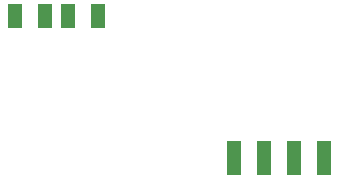
<source format=gtp>
G04*
G04 #@! TF.GenerationSoftware,Altium Limited,Altium NEXUS,2.1.5 (53)*
G04*
G04 Layer_Color=8421504*
%FSLAX44Y44*%
%MOMM*%
G71*
G01*
G75*
%ADD10R,1.2000X2.0000*%
%ADD11R,1.2700X2.9600*%
D10*
X35000Y201240D02*
D03*
X60000D02*
D03*
X80000D02*
D03*
X105000D02*
D03*
D11*
X220470Y81026D02*
D03*
X245870D02*
D03*
X271270D02*
D03*
X296670D02*
D03*
M02*

</source>
